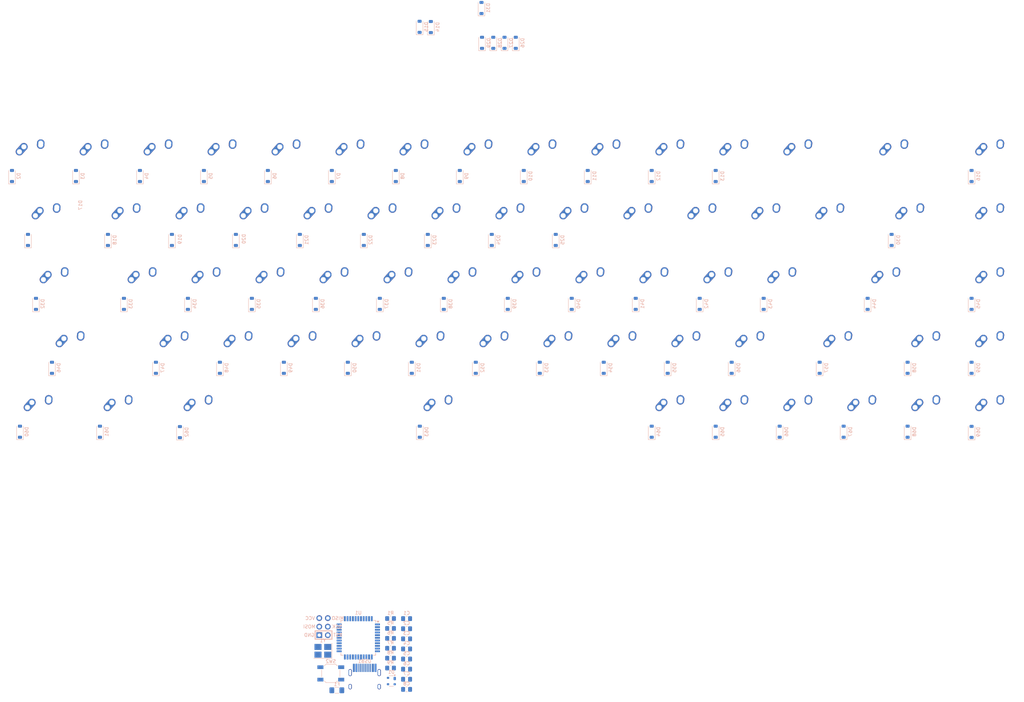
<source format=kicad_pcb>
(kicad_pcb (version 20241229) (generator "pcbnew") (generator_version "9.0")
  (layers (0 "F.Cu" signal) (2 "B.Cu" signal) (13 "F.Paste" user) (15 "B.Paste" user) (5 "F.SilkS" user "F.Silkscreen") (7 "B.SilkS" user "B.Silkscreen") (1 "F.Mask" user) (3 "B.Mask" user) (25 "Edge.Cuts" user))
  (net 0 "")
  (net 1 "GND")
  (net 2 "Net-(U1-UCAP)")
  (net 3 "+5V")
  (net 4 "Net-(U1-XTAL1)")
  (net 5 "Net-(D1-I{slash}O2)")
  (net 6 "VCC")
  (net 7 "row0")
  (net 8 "Net-(D2-A)")
  (net 9 "Net-(D3-A)")
  (net 10 "Net-(D4-A)")
  (net 11 "Net-(D5-A)")
  (net 12 "Net-(D6-A)")
  (net 13 "Net-(D7-A)")
  (net 14 "Net-(D8-A)")
  (net 15 "Net-(D9-A)")
  (net 16 "Net-(D10-A)")
  (net 17 "Net-(D11-A)")
  (net 18 "Net-(D12-A)")
  (net 19 "Net-(D13-A)")
  (net 20 "Net-(D14-A)")
  (net 21 "Net-(D15-A)")
  (net 22 "Net-(D16-A)")
  (net 23 "Net-(D17-A)")
  (net 24 "row1")
  (net 25 "Net-(D18-A)")
  (net 26 "Net-(D19-A)")
  (net 27 "Net-(D20-A)")
  (net 28 "Net-(D21-A)")
  (net 29 "Net-(D22-A)")
  (net 30 "Net-(D23-A)")
  (net 31 "Net-(D24-A)")
  (net 32 "Net-(D25-A)")
  (net 33 "Net-(D26-A)")
  (net 34 "Net-(D27-A)")
  (net 35 "Net-(D28-A)")
  (net 36 "Net-(D29-A)")
  (net 37 "Net-(D30-A)")
  (net 38 "Net-(D31-A)")
  (net 39 "Net-(D32-A)")
  (net 40 "row2")
  (net 41 "Net-(D33-A)")
  (net 42 "Net-(D34-A)")
  (net 43 "Net-(D35-A)")
  (net 44 "Net-(D36-A)")
  (net 45 "Net-(D37-A)")
  (net 46 "Net-(D38-A)")
  (net 47 "Net-(D39-A)")
  (net 48 "Net-(D40-A)")
  (net 49 "Net-(D41-A)")
  (net 50 "Net-(D42-A)")
  (net 51 "Net-(D43-A)")
  (net 52 "Net-(D44-A)")
  (net 53 "Net-(D45-A)")
  (net 54 "Net-(D46-A)")
  (net 55 "row3")
  (net 56 "Net-(D47-A)")
  (net 57 "Net-(D48-A)")
  (net 58 "Net-(D49-A)")
  (net 59 "Net-(D50-A)")
  (net 60 "Net-(D51-A)")
  (net 61 "Net-(D52-A)")
  (net 62 "Net-(D53-A)")
  (net 63 "Net-(D54-A)")
  (net 64 "Net-(D55-A)")
  (net 65 "Net-(D56-A)")
  (net 66 "Net-(D57-A)")
  (net 67 "Net-(D58-A)")
  (net 68 "Net-(D59-A)")
  (net 69 "row4")
  (net 70 "Net-(D60-A)")
  (net 71 "Net-(D61-A)")
  (net 72 "Net-(D62-A)")
  (net 73 "Net-(D63-A)")
  (net 74 "Net-(D64-A)")
  (net 75 "Net-(D65-A)")
  (net 76 "Net-(D66-A)")
  (net 77 "Net-(D67-A)")
  (net 78 "Net-(D68-A)")
  (net 79 "Net-(D69-A)")
  (net 80 "SCK")
  (net 81 "MISO")
  (net 82 "RESET")
  (net 83 "MOSI")
  (net 84 "Net-(U1-~{HWB}{slash}PE2)")
  (net 85 "D-")
  (net 86 "D+")
  (net 87 "Net-(USB1-CC2)")
  (net 88 "Net-(USB1-CC1)")
  (net 89 "col0")
  (net 90 "col1")
  (net 91 "col2")
  (net 92 "col3")
  (net 93 "col4")
  (net 94 "col5")
  (net 95 "col6")
  (net 96 "col7")
  (net 97 "col8")
  (net 98 "col9")
  (net 99 "col10")
  (net 100 "col11")
  (net 101 "col12")
  (net 102 "col13")
  (net 103 "col14")
  (footprint "MX_Alps_Hybrid:MX-1.25U-NoLED" (layer "F.Cu") (at 27.46375 100.0125)
    (property "Reference" "SW61")
    (property "Value" "WIN")
  )
  (footprint "MX_Alps_Hybrid:MX-1U-NoLED" (layer "F.Cu") (at 144.145 42.8625)
    (property "Reference" "SW24")
    (property "Value" "U")
  )
  (footprint "MX_Alps_Hybrid:MX-1U-NoLED" (layer "F.Cu") (at 182.245 42.8625)
    (property "Reference" "SW26")
    (property "Value" "O")
  )
  (footprint "MX_Alps_Hybrid:MX-1U-NoLED" (layer "F.Cu") (at 201.295 42.8625)
    (property "Reference" "SW27")
    (property "Value" "P")
  )
  (footprint "MX_Alps_Hybrid:MX-1U-NoLED" (layer "F.Cu") (at 187.0075 61.9125)
    (property "Reference" "SW41")
    (property "Value" "L")
  )
  (footprint "MX_Alps_Hybrid:MX-1U-NoLED" (layer "F.Cu") (at 248.92 100.0125)
    (property "Reference" "SW67")
    (property "Value" "LEFT")
  )
  (footprint "MX_Alps_Hybrid:MX-1U-NoLED" (layer "F.Cu") (at 215.5825 80.9625)
    (property "Reference" "SW56")
    (property "Value" "/?")
  )
  (footprint "MX_Alps_Hybrid:MX-1U-NoLED" (layer "F.Cu") (at 139.3825 80.9625)
    (property "Reference" "SW52")
    (property "Value" "N")
  )
  (footprint "MX_Alps_Hybrid:MX-1U-NoLED" (layer "F.Cu") (at 206.0575 61.9125)
    (property "Reference" "SW42")
    (property "Value" ";:")
  )
  (footprint "MX_Alps_Hybrid:MX-1U-NoLED" (layer "F.Cu") (at 20.32 23.8125)
    (property "Reference" "SW3")
    (property "Value" "#1")
  )
  (footprint "MX_Alps_Hybrid:MX-1U-NoLED" (layer "F.Cu") (at 267.97 100.0125)
    (property "Reference" "SW68")
    (property "Value" "DOWN")
  )
  (footprint "MX_Alps_Hybrid:MX-1U-NoLED" (layer "F.Cu") (at 287.02 80.9625)
    (property "Reference" "SW59")
    (property "Value" "DEL")
  )
  (footprint "MX_Alps_Hybrid:MX-1U-NoLED" (layer "F.Cu") (at 287.02 42.8625)
    (property "Reference" "SW31")
    (property "Value" "NEXT")
  )
  (footprint "MX_Alps_Hybrid:MX-1U-NoLED" (layer "F.Cu") (at 53.6575 61.9125)
    (property "Reference" "SW34")
    (property "Value" "S")
  )
  (footprint "MX_Alps_Hybrid:MX-1U-NoLED" (layer "F.Cu") (at 287.02 23.8125)
    (property "Reference" "SW16")
    (property "Value" "PAUSE")
  )
  (footprint "MX_Alps_Hybrid:MX-1U-NoLED" (layer "F.Cu") (at 229.87 100.0125)
    (property "Reference" "SW66")
    (property "Value" "CTRL")
  )
  (footprint "MX_Alps_Hybrid:MX-1U-NoLED" (layer "F.Cu") (at 77.47 23.8125)
    (property "Reference" "SW6")
    (property "Value" "#4")
  )
  (footprint "MX_Alps_Hybrid:MX-1U-NoLED" (layer "F.Cu") (at 29.845 42.8625)
    (property "Reference" "SW18")
    (property "Value" "Q")
  )
  (footprint "MX_Alps_Hybrid:MX-1U-NoLED" (layer "F.Cu") (at 115.57 23.8125)
    (property "Reference" "SW8")
    (property "Value" "#6")
  )
  (footprint "MX_Alps_Hybrid:MX-1U-NoLED" (layer "F.Cu") (at 106.045 42.8625)
    (property "Reference" "SW22")
    (property "Value" "T")
  )
  (footprint "MX_Alps_Hybrid:MX-1U-NoLED" (layer "F.Cu") (at 167.9575 61.9125)
    (property "Reference" "SW40")
    (property "Value" "K")
  )
  (footprint "MX_Alps_Hybrid:MX-1U-NoLED" (layer "F.Cu") (at 158.4325 80.9625)
    (property "Reference" "SW53")
    (property "Value" "M")
  )
  (footprint "MX_Alps_Hybrid:MX-2U-NoLED" (layer "F.Cu") (at 258.445 23.8125)
    (property "Reference" "SW15")
    (property "Value" "BSPC")
  )
  (footprint "MX_Alps_Hybrid:MX-1U-NoLED" (layer "F.Cu") (at 134.62 23.8125)
    (property "Reference" "SW9")
    (property "Value" "#7")
  )
  (footprint "MX_Alps_Hybrid:MX-1U-NoLED" (layer "F.Cu") (at 67.945 42.8625)
    (property "Reference" "SW20")
    (property "Value" "E")
  )
  (footprint "MX_Alps_Hybrid:MX-1U-NoLED" (layer "F.Cu") (at 63.1825 80.9625)
    (property "Reference" "SW48")
    (property "Value" "X")
  )
  (footprint "MX_Alps_Hybrid:MX-1U-NoLED" (layer "F.Cu") (at 267.97 80.9625)
    (property "Reference" "SW58")
    (property "Value" "UP")
  )
  (footprint "MX_Alps_Hybrid:MX-1.25U-NoLED" (layer "F.Cu") (at 3.65125 100.0125)
    (property "Reference" "SW60")
    (property "Value" "CTRL")
  )
  (footprint "MX_Alps_Hybrid:MX-1U-NoLED" (layer "F.Cu") (at 129.8575 61.9125)
    (property "Reference" "SW38")
    (property "Value" "H")
  )
  (footprint "MX_Alps_Hybrid:MX-1U-NoLED" (layer "F.Cu") (at 177.4825 80.9625)
    (property "Reference" "SW54")
    (property "Value" ",<")
  )
  (footprint "MX_Alps_Hybrid:MX-1U-NoLED" (layer "F.Cu") (at 210.82 100.0125)
    (property "Reference" "SW65")
    (property "Value" "FN")
  )
  (footprint "MX_Alps_Hybrid:MX-1U-NoLED" (layer "F.Cu") (at 172.72 23.8125)
    (property "Reference" "SW11")
    (property "Value" "#9")
  )
  (footprint "MX_Alps_Hybrid:MX-1U-NoLED" (layer "F.Cu") (at 96.52 23.8125)
    (property "Reference" "SW7")
    (property "Value" "#5")
  )
  (footprint "MX_Alps_Hybrid:MX-1U-NoLED" (layer "F.Cu") (at 191.77 23.8125)
    (property "Reference" "SW12")
    (property "Value" "#0")
  )
  (footprint "MX_Alps_Hybrid:MX-1U-NoLED" (layer "F.Cu") (at 110.8075 61.9125)
    (property "Reference" "SW37")
    (property "Value" "G")
  )
  (footprint "MX_Alps_Hybrid:MX-1U-NoLED" (layer "F.Cu") (at 210.82 23.8125)
    (property "Reference" "SW13")
    (property "Value" "-_")
  )
  (footprint "MX_Alps_Hybrid:MX-1U-NoLED" (layer "F.Cu") (at 120.3325 80.9625)
    (property "Reference" "SW51")
    (property "Value" "B")
  )
  (footprint "MX_Alps_Hybrid:MX-1U-NoLED" (layer "F.Cu") (at 44.1325 80.9625)
    (property "Reference" "SW47")
    (property "Value" "Z")
  )
  (footprint "MX_Alps_Hybrid:MX-1U-NoLED" (layer "F.Cu") (at 239.395 42.8625)
    (property "Reference" "SW29")
    (property "Value" "]}")
  )
  (footprint "MX_Alps_Hybrid:MX-1U-NoLED" (layer "F.Cu") (at 86.995 42.8625)
    (property "Reference" "SW21")
    (property "Value" "R")
  )
  (footprint "MX_Alps_Hybrid:MX-1.5U-NoLED" (layer "F.Cu") (at 263.2075 42.8625)
    (property "Reference" "SW30")
    (property "Value" "\\|")
  )
  (footprint "MX_Alps_Hybrid:MX-1U-NoLED" (layer "F.Cu") (at 34.6075 61.9125)
    (property "Reference" "SW33")
    (property "Value" "A")
  )
  (footprint "MX_Alps_Hybrid:MX-1U-NoLED" (layer "F.Cu") (at 72.7075 61.9125)
    (property "Reference" "SW35")
    (property "Value" "D")
  )
  (footprint "MX_Alps_Hybrid:MX-2.25U-NoLED" (layer "F.Cu") (at 256.06375 61.9125)
    (property "Reference" "SW44")
    (property "Value" "ENTR")
  )
  (footprint "MX_Alps_Hybrid:MX-1U-NoLED" (layer "F.Cu") (at 287.02 61.9125)
    (property "Reference" "SW45")
    (property "Value" "PRVS")
  )
  (footprint "MX_Alps_Hybrid:MX-1U-NoLED" (layer "F.Cu") (at 229.87 23.8125)
    (property "Reference" "SW14")
    (property "Value" "=+")
  )
  (footprint "MX_Alps_Hybrid:MX-1U-NoLED" (layer "F.Cu") (at 125.095 42.8625)
    (property "Reference" "SW23")
    (property "Value" "Y")
  )
  (footprint "MX_Alps_Hybrid:MX-1.75U-NoLED" (layer "F.Cu") (at 8.41375 61.9125)
    (property "Reference" "SW32")
    (property "Value" "CPSLCK")
  )
  (footprint "MX_Alps_Hybrid:MX-1U-NoLED" (layer "F.Cu") (at 82.2325 80.9625)
    (property "Reference" "SW49")
    (property "Value" "C")
  )
  (footprint "MX_Alps_Hybrid:MX-1U-NoLED" (layer "F.Cu") (at 1.27 23.8125)
    (property "Reference" "SW1")
    (property "Value" "`~")
  )
  (footprint "MX_Alps_Hybrid:MX-1U-NoLED" (layer "F.Cu") (at 39.37 23.8125)
    (property "Reference" "SW4")
    (property "Value" "#2")
  )
  (footprint "MX_Alps_Hybrid:MX-1U-NoLED" (layer "F.Cu") (at 191.77 100.0125)
    (property "Reference" "SW64")
    (property "Value" "ALT")
  )
  (footprint "MX_Alps_Hybrid:MX-1U-NoLED" (layer "F.Cu") (at 225.1075 61.9125)
    (property "Reference" "SW43")
    (property "Value" "'\"")
  )
  (footprint "MX_Alps_Hybrid:MX-6.25U-NoLED" (layer "F.Cu") (at 122.71375 100.0125)
    (property "Reference" "SW63")
    (property "Value" "SPC")
  )
  (footprint "MX_Alps_Hybrid:MX-1U-NoLED" (layer "F.Cu") (at 163.195 42.8625)
    (property "Reference" "SW25")
    (property "Value" "I")
  )
  (footprint "MX_Alps_Hybrid:MX-1U-NoLED" (layer "F.Cu") (at 196.5325 80.9625)
    (property "Reference" "SW55")
    (property "Value" ".>")
  )
  (footprint "MX_Alps_Hybrid:MX-1U-NoLED" (layer "F.Cu") (at 101.2825 80.9625)
    (property "Reference" "SW50")
    (property "Value" "V")
  )
  (footprint "MX_Alps_Hybrid:MX-1U-NoLED" (layer "F.Cu") (at 220.345 42.8625)
    (property "Reference" "SW28")
    (property "Value" "[{")
  )
  (footprint "MX_Alps_Hybrid:MX-1.75U-NoLED" (layer "F.Cu") (at 241.77625 80.9625)
    (property "Reference" "SW57")
    (property "Value" "SHFT")
  )
  (footprint "MX_Alps_Hybrid:MX-1U-NoLED" (layer "F.Cu") (at 287.02 100.0125)
    (property "Reference" "SW69")
    (property "Value" "RIGHT")
  )
  (footprint "MX_Alps_Hybrid:MX-1U-NoLED" (layer "F.Cu") (at 58.42 23.8125)
    (property "Reference" "SW5")
    (property "Value" "#3")
  )
  (footprint "MX_Alps_Hybrid:MX-1U-NoLED" (layer "F.Cu") (at 148.9075 61.9125)
    (property "Reference" "SW39")
    (property "Value" "J")
  )
  (footprint "MX_Alps_Hybrid:MX-2.25U-NoLED" (layer "F.Cu") (at 13.17625 80.9625)
    (property "Reference" "SW46")
    (property "Value" "SHFT")
  )
  (footprint "MX_Alps_Hybrid:MX-1.25U-NoLED" (layer "F.Cu") (at 51.27625 100.0125)
    (property "Reference" "SW62")
    (property "Value" "ALT")
  )
  (footprint "MX_Alps_Hybrid:MX-1U-NoLED" (layer "F.Cu") (at 48.895 42.8625)
    (property "Reference" "SW19")
    (property "Value" "W")
  )
  (footprint "MX_Alps_Hybrid:MX-1U-NoLED" (layer "F.Cu") (at 153.67 23.8125)
    (property "Reference" "SW10")
    (property "Value" "#8")
  )
  (footprint "MX_Alps_Hybrid:MX-1U-NoLED" (layer "F.Cu") (at 91.7575 61.9125)
    (property "Reference" "SW36")
    (property "Value" "F")
  )
  (footprint "MX_Alps_Hybrid:MX-1.5U-NoLED" (layer "F.Cu") (at 6.0325 42.8625)
    (property "Reference" "SW17")
    (property "Value" "TAB")
  )
  (footprint "Diode_SMD:D_SOD-123" (layer "B.Cu") (at 133.35 85.6625 90)
    (property "Reference" "D52")
    (property "Value" "D")
  )
  (footprint "Diode_SMD:D_SOD-123" (layer "B.Cu") (at 147.6375 28.5125 90)
    (property "Reference" "D10")
    (property "Value" "D")
  )
  (footprint "Diode_SMD:D_SOD-123" (layer "B.Cu") (at 180.975 66.6125 90)
    (property "Reference" "D41")
    (property "Value" "D")
  )
  (footprint "Diode_SMD:D_SOD-123" (layer "B.Cu") (at 45.24375 104.8375 90)
    (property "Reference" "D62")
    (property "Value" "D")
  )
  (footprint "Diode_SMD:D_SOD-123" (layer "B.Cu") (at 242.8875 104.7125 90)
    (property "Reference" "D67")
    (property "Value" "D")
  )
  (footprint "Diode_SMD:D_SOD-123" (layer "B.Cu") (at 85.725 66.6125 90)
    (property "Reference" "D36")
    (property "Value" "D")
  )
  (footprint "Diode_SMD:D_SOD-123" (layer "B.Cu") (at 76.2 85.6625 90)
    (property "Reference" "D49")
    (property "Value" "D")
  )
  (footprint "Diode_SMD:D_SOD-123" (layer "B.Cu") (at 209.55 85.6625 90)
    (property "Reference" "D56")
    (property "Value" "D")
  )
  (footprint "Resistor_SMD:R_0805_2012Metric_Pad1.20x1.40mm_HandSolder" (layer "B.Cu") (at 107.965 163.33875 180)
    (property "Reference" "R5")
    (property "Value" "10k")
  )
  (footprint "Diode_SMD:D_SOD-123" (layer "B.Cu") (at 38.1 85.6625 90)
    (property "Reference" "D47")
    (property "Value" "D")
  )
  (footprint "Capacitor_SMD:C_0805_2012Metric_Pad1.18x1.45mm_HandSolder" (layer "B.Cu") (at 112.745 175.46875 180)
    (property "Reference" "C6")
    (property "Value" "22pF")
  )
  (footprint "Diode_SMD:D_SOD-123" (layer "B.Cu") (at 138.55625 -11.175 90)
    (property "Reference" "D28")
    (property "Value" "D")
  )
  (footprint "Diode_SMD:D_SOD-123" (layer "B.Cu") (at 66.675 66.6125 90)
    (property "Reference" "D35")
    (property "Value" "D")
  )
  (footprint "Capacitor_SMD:C_0805_2012Metric_Pad1.18x1.45mm_HandSolder" (layer "B.Cu") (at 112.745 163.42875 180)
    (property "Reference" "C2")
    (property "Value" "0.1uF")
  )
  (footprint "Diode_SMD:D_SOD-123" (layer "B.Cu") (at 71.4375 28.5125 90)
    (property "Reference" "D6")
    (property "Value" "D")
  )
  (footprint "Diode_SMD:D_SOD-123" (layer "B.Cu") (at 235.74375 85.6625 90)
    (property "Reference" "D57")
    (property "Value" "D")
  )
  (footprint "Diode_SMD:D_SOD-123" (layer "B.Cu") (at 100.0125 47.5625 90)
    (property "Reference" "D22")
    (property "Value" "D")
  )
  (footprint "Diode_SMD:D_SOD-123" (layer "B.Cu") (at 250.03125 66.6125 90)
    (property "Reference" "D44")
    (property "Value" "D")
  )
  (footprint "Diode_SMD:D_SOD-123" (layer "B.Cu") (at 219.075 66.6125 90)
    (property "Reference" "D43")
    (property "Value" "D")
  )
  (footprint "Diode_SMD:D_SOD-123" (layer "B.Cu") (at 14.2875 28.5125 90)
    (property "Reference" "D3")
    (property "Value" "D")
  )
  (footprint "Diode_SMD:D_SOD-123" (layer "B.Cu") (at 280.9875 28.5125 90)
    (property "Reference" "D16")
    (property "Value" "D")
  )
  (footprint "Diode_SMD:D_SOD-123" (layer "B.Cu") (at 135.20625 -11.175 90)
    (property "Reference" "D29")
    (property "Value" "D")
  )
  (footprint "Diode_SMD:D_SOD-123" (layer "B.Cu") (at 28.575 66.6125 90)
    (property "Reference" "D33")
    (property "Value" "D")
  )
  (footprint "Diode_SMD:D_SOD-123" (layer "B.Cu") (at 280.9875 66.6125 90)
    (property "Reference" "D45")
    (property "Value" "D")
  )
  (footprint "Diode_SMD:D_SOD-123" (layer "B.Cu") (at 135.05 -21.55625 90)
    (property "Reference" "D31")
    (property "Value" "D")
  )
  (footprint "Diode_SMD:D_SOD-123" (layer "B.Cu") (at 261.9375 104.7125 90)
    (property "Reference" "D68")
    (property "Value" "D")
  )
  (footprint "Diode_SMD:D_SOD-123" (layer "B.Cu") (at 257.175 47.5625 90)
    (property "Reference" "D30")
    (property "Value" "D")
  )
  (footprint "Diode_SMD:D_SOD-123" (layer "B.Cu") (at 7.14375 85.6625 90)
    (property "Reference" "D46")
    (property "Value" "D")
  )
  (footprint "Diode_SMD:D_SOD-123" (layer "B.Cu") (at 52.3875 28.5125 90)
    (property "Reference" "D5")
    (property "Value" "D")
  )
  (footprint "Diode_SMD:D_SOD-123" (layer "B.Cu") (at 123.825 66.6125 90)
    (property "Reference" "D38")
    (property "Value" "D")
  )
  (footprint "Diode_SMD:D_SOD-123" (layer "B.Cu") (at 47.625 66.6125 90)
    (property "Reference" "D34")
    (property "Value" "D")
  )
  (footprint "Package_TO_SOT_SMD:SOT-143" (layer "B.Cu") (at 108.215 179.01375 180)
    (property "Reference" "D1")
    (property "Value" "PRTR5V0U2X")
  )
  (footprint "Capacitor_SMD:C_0805_2012Metric_Pad1.18x1.45mm_HandSolder" (layer "B.Cu") (at 112.745 178.47875 180)
    (property "Reference" "C7")
    (property "Value" "22pF")
  )
  (footprint "Diode_SMD:D_SOD-123" (layer "B.Cu") (at 200.025 66.6125 90)
    (property "Reference" "D42")
    (property "Value" "D")
  )
  (footprint "Diode_SMD:D_SOD-123" (layer "B.Cu") (at 280.9875 104.775 90)
    (property "Reference" "D69")
    (property "Value" "D")
  )
  (footprint "Button_Switch_SMD:SW_SPST_SKQG_WithStem" (layer "B.Cu") (at 90.175 176.73875 180)
    (property "Reference" "SW2")
    (property "Value" "SW_Push_Reset")
  )
  (footprint "Diode_SMD:D_SOD-123" (layer "B.Cu") (at 190.5 85.6625 90)
    (property "Reference" "D55")
    (property "Value" "D")
  )
  (footprint "Diode_SMD:D_SOD-123" (layer "B.Cu") (at 138.1125 47.5625 90)
    (property "Reference" "D24")
    (property "Value" "D")
  )
  (footprint "Diode_SMD:D_SOD-123" (layer "B.Cu") (at 119.0625 47.5625 90)
    (property "Reference" "D23")
    (property "Value" "D")
  )
  (footprint "Diode_SMD:D_SOD-123" (layer "B.Cu") (at 116.68125 104.7125 90)
    (property "Reference" "D63")
    (property "Value" "D")
  )
  (footprint "random-keyboard-parts:Reset_Pretty-Mask" (layer "B.Cu") (at 88.015 162.80375 180)
    (property "Reference" "J1")
    (property "Value" "AVR-ISP-6")
  )
  (footprint "Diode_SMD:D_SOD-123" (layer "B.Cu") (at 185.7375 104.7125 90)
    (property "Reference" "D64")
    (property "Value" "D")
  )
  (footprint "Diode_SMD:D_SOD-123" (layer "B.Cu") (at 161.925 66.6125 90)
    (property "Reference" "D40")
    (property "Value" "D")
  )
  (footprint "Diode_SMD:D_SOD-123" (layer "B.Cu") (at 204.7875 28.5125 90)
    (property "Reference" "D13")
    (property "Value" "D")
  )
  (footprint "Diode_SMD:D_SOD-123" (layer "B.Cu") (at 261.9375 85.6625 90)
    (property "Reference" "D58")
    (property "Value" "D")
  )
  (footprint "Diode_SMD:D_SOD-123" (layer "B.Cu") (at -2.38125 104.7125 90)
    (property "Reference" "D60")
    (property "Value" "D")
  )
  (footprint "Fuse:Fuse_1206_3216Metric_Pad1.42x1.75mm_HandSolder" (layer "B.Cu") (at 91.975 181.76875 180)
    (property "Reference" "F1")
    (property "Value" "500m")
  )
  (footprint "Capacitor_SMD:C_0805_2012Metric_Pad1.18x1.45mm_HandSolder" (layer "B.Cu") (at 112.745 181.48875 180)
    (property "Reference" "C8")
    (property "Value" "0.1uF")
  )
  (footprint "Diode_SMD:D_SOD-123" (layer "B.Cu") (at 21.43125 104.7125 90)
    (property "Reference" "D61")
    (property "Value" "D")
  )
  (footprint "Diode_SMD:D_SOD-123" (layer "B.Cu") (at 23.8125 47.5625 90)
    (property "Reference" "D18")
    (property "Value" "D")
  )
  (footprint "Capacitor_SMD:C_0805_2012Metric_Pad1.18x1.45mm_HandSolder" (layer "B.Cu") (at 112.745 172.45875 180)
    (property "Reference" "C5")
    (property "Value" "10uF")
  )
  (footprint "Capacitor_SMD:C_0805_2012Metric_Pad1.18x1.45mm_HandSolder" (layer "B.Cu") (at 112.745 169.44875 180)
    (property "Reference" "C4")
    (property "Value" "0.1uF")
  )
  (footprint "Diode_SMD:D_SOD-123" (layer "B.Cu") (at 142.875 66.6125 90)
    (property "Reference" "D39")
    (property "Value" "D")
  )
  (footprint "Diode_SMD:D_SOD-123" (layer "B.Cu") (at 166.6875 28.5125 90)
    (property "Reference" "D11")
    (property "Value" "D")
  )
  (footprint "Capacitor_SMD:C_0805_2012Metric_Pad1.18x1.45mm_HandSolder" (layer "B.Cu") (at 112.745 166.43875 180)
    (property "Reference" "C3")
    (property "Value" "0.1uF")
  )
  (footprint "Diode_SMD:D_SOD-123" (layer "B.Cu") (at 171.45 85.6625 90)
    (property "Reference" "D54")
    (property "Value" "D")
  )
  (footprint "Diode_SMD:D_SOD-123" (layer "B.Cu") (at 119.96875 -15.875 90)
    (property "Reference" "D14")
    (property "Value" "D")
  )
  (footprint "Resistor_SMD:R_0805_2012Metric_Pad1.20x1.40mm_HandSolder" (layer "B.Cu") (at 107.965 175.13875 180)
    (property "Reference" "R9")
    (property "Value" "5.1k")
  )
  (footprint "Diode_SMD:D_SOD-123" (layer "B.Cu") (at 114.3 85.6625 90)
    (property "Reference" "D51")
    (property "Value" "D")
  )
  (footprint "Diode_SMD:D_SOD-123" (layer "B.Cu") (at 57.15 85.6625 90)
    (property "Reference" "D48")
    (property "Value" "D")
  )
  (footprint "Diode_SMD:D_SOD-123" (layer "B.Cu") (at 223.8375 104.7125 90)
    (property "Reference" "D66")
    (property "Value" "D")
  )
  (footprint "Diode_SMD:D_SOD-123" (layer "B.Cu") (at 42.8625 47.5625 90)
    (property "Reference" "D19")
    (property "Value" "D")
  )
  (footprint "Diode_SMD:D_SOD-123" (layer "B.Cu") (at 61.9125 47.5625 90)
    (property "Reference" "D20")
    (property "Value" "D")
  )
  (footprint "Diode_SMD:D_SOD-123" (layer "B.Cu") (at 204.7875 104.7125 90)
    (property "Reference" "D65")
    (property "Value" "D")
  )
  (footprint "Diode_SMD:D_SOD-123" (layer "B.Cu") (at 2.38125 66.6125 90)
    (property "Reference" "D32")
    (property "Value" "D")
  )
  (footprint "Diode_SMD:D_SOD-123" (layer "B.Cu") (at 90.4875 28.5125 90)
    (property "Reference" "D7")
    (property "Value" "D")
  )
  (footprint "Diode_SMD:D_SOD-123" (layer "B.Cu") (at 116.61875 -15.9375 90)
    (property "Reference" "D15")
    (property "Value" "D")
  )
  (footprint "Package_QFP:TQFP-44_10x10mm_P0.8mm" (layer "B.Cu") (at 98.365 166.13875 180)
    (property "Reference" "U1")
    (property "Value" "ATmega32U4-A")
  )
  (footprint "Diode_SMD:D_SOD-123" (layer "B.Cu") (at 185.7375 28.5125 90)
    (property "Reference" "D12")
    (property "Value" "D")
  )
  (footprint "Diode_SMD:D_SOD-123" (layer "B.Cu") (at 109.5375 28.5125 90)
    (property "Reference" "D8")
    (property "Value" "D")
  )
  (footprint "Resistor_SMD:R_0805_2012Metric_Pad1.20x1.40mm_HandSolder" (layer "B.Cu") (at 107.965 166.28875 180)
    (property "Reference" "R6")
    (property "Value" "22")
  )
  (footprint "Diode_SMD:D_SOD-123" (layer "B.Cu") (at 0 47.5625 90)
    (property "Reference" "D17")
    (property "Value" "D")
  )
  (footprint "Diode_SMD:D_SOD-123" (layer "B.Cu") (at 141.90625 -11.175 90)
    (property "Reference" "D27")
    (property "Value" "D")
  )
  (footprint "Diode_SMD:D_SOD-123" (layer "B.Cu") (at 104.775 66.6125 90)
    (property "Reference" "D37")
    (property "Value" "D")
  )
  (footprint "Diode_SMD:D_SOD-123" (layer "B.Cu") (at 145.25625 -11.175 90)
    (property "Reference" "D26")
    (property "Value" "D")
  )
  (footprint "Diode_SMD:D_SOD-123" (layer "B.Cu") (at 280.9875 85.6625 90)
    (property "Reference" "D59")
    (property "Value" "D")
  )
  (footprint "Resistor_SMD:R_0805_2012Metric_Pad1.20x1.40mm_HandSolder" (layer "B.Cu") (at 107.965 160.38875 180)
    (property "Reference" "R1")
    (property "Value" "10k")
  )
  (footprint "Diode_SMD:D_SOD-123" (layer "B.Cu") (at -4.7625 28.5125 90)
    (property "Reference" "D2")
    (property "Value" "D")
  )
  (footprint "Resistor_SMD:R_0805_2012Metric_Pad1.20x1.40mm_HandSolder" (layer "B.Cu") (at 107.965 172.18875 180)
    (property "Reference" "R8")
    (property "Value" "5.1k")
  )
  (footprint "Diode_SMD:D_SOD-123" (layer "B.Cu") (at 128.5875 28.5125 90)
    (property "Reference" "D9")
    (property "Value" "D")
  )
  (footprint "Diode_SMD:D_SOD-123" (layer "B.Cu") (at 80.9625 47.5625 90)
    (property "Reference" "D21")
    (property "Value" "D")
  )
  (footprint "Diode_SMD:D_SOD-123" (layer "B.Cu") (at 152.4 85.6625 90)
    (property "Reference" "D53")
    (property "Value" "D")
  )
  (footprint "Capacitor_SMD:C_0805_2012Metric_Pad1.18x1.45mm_HandSolder" (layer "B.Cu") (at 112.745 160.41875 180)
    (property "Reference" "C1")
    (property "Value" "1uF")
  )
  (footprint "Type-C:HRO-TYPE-C-31-M-12-HandSoldering" (layer "B.Cu") (at 100.27 183.28375 180)
    (property "Reference" "USB1")
    (property "Value" "HRO-TYPE-C-31-M-12")
  )
  (footprint "Diode_SMD:D_SOD-123" (layer "B.Cu") (at 157.1625 47.5625 90)
    (property "Reference" "D25")
    (property "Value" "D")
  )
  (footprint "Diode_SMD:D_SOD-123" (layer "B.Cu") (at 95.25 85.6625 90)
    (property "Reference" "D50")
    (property "Value" "D")
  )
  (footprint "Resistor_SMD:R_0805_2012Metric_Pad1.20x1.40mm_HandSolder" (layer "B.Cu") (at 107.965 169.23875 180)
    (property "Reference" "R7")
    (property "Value" "22")
  )
  (footprint "Crystal:Crystal_SMD_3225-4Pin_3.2x2.5mm_HandSoldering" (layer "B.Cu") (at 87.815 169.99875 180)
    (property "Reference" "Y1")
    (property "Value" "16MHz")
  )
  (footprint "Diode_SMD:D_SOD-123" (layer "B.Cu") (at 33.3375 28.5125 90)
    (property "Reference" "D4")
    (property "Value" "D")
  )
)
</source>
